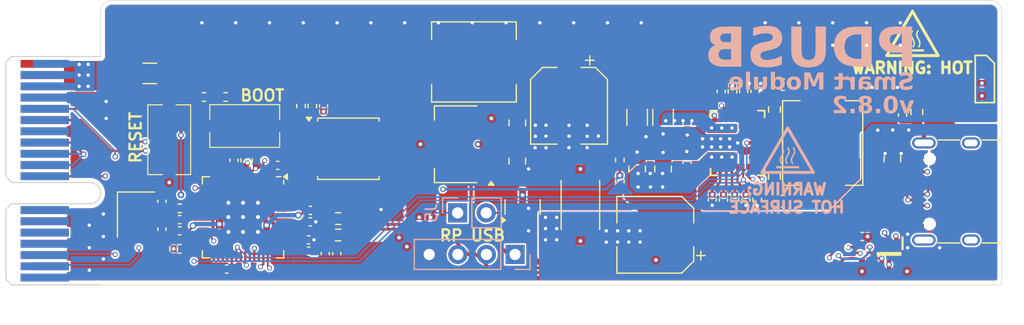
<source format=kicad_pcb>
(kicad_pcb (version 20240108) (generator "pcbnew") (generator_version "8.0")
  (title_block (date "2024-06-29") (rev "v0.8.2"))
  (layers (0 "F.Cu" signal) (1 "In1.Cu" power) (2 "In2.Cu" power) (31 "B.Cu" signal) (34 "B.Paste" user) (35 "F.Paste" user) (36 "B.SilkS" user "B.Silkscreen") (37 "F.SilkS" user "F.Silkscreen") (38 "B.Mask" user) (39 "F.Mask" user) (44 "Edge.Cuts" user))
  (net 0 "")
  (net 1 "VCC")
  (net 2 "GND")
  (net 3 "Net-(C3-Pad1)")
  (net 4 "VIN")
  (net 5 "IMON")
  (net 6 "VBUS")
  (net 7 "Net-(U4-ICOMP)")
  (net 8 "GNDUSB")
  (net 9 "D-")
  (net 10 "D+")
  (net 11 "CC1")
  (net 12 "CC2")
  (net 13 "Net-(C18-Pad1)")
  (net 14 "LED_DIN")
  (net 15 "+5V")
  (net 16 "Net-(C23-Pad2)")
  (net 17 "SCL")
  (net 18 "ENABLE")
  (net 19 "SDA")
  (net 20 "VDD")
  (net 21 "OVERLOAD")
  (net 22 "ALERT")
  (net 24 "/INDUCTOR")
  (net 25 "/OUTDUCTOR")
  (net 26 "/EMI_VIN")
  (net 27 "/XIN")
  (net 28 "+1V1")
  (net 29 "RP_D-")
  (net 30 "MPQ_D+")
  (net 31 "/SWCLK")
  (net 32 "/SWD")
  (net 33 "/QSPI_SS")
  (net 34 "/XOUT")
  (net 35 "/QSPI_SD1")
  (net 36 "/QSPI_SD2")
  (net 37 "/QSPI_SD3")
  (net 38 "/QSPI_SD0")
  (net 39 "/QSPI_SCLK")
  (net 40 "/GPIO18")
  (net 41 "/GPIO15")
  (net 42 "/GPIO7")
  (net 43 "/GPIO25")
  (net 44 "/GPIO3")
  (net 45 "/GPIO11")
  (net 46 "/GPIO2")
  (net 47 "/GPIO0")
  (net 48 "/RUN")
  (net 49 "/GPIO8")
  (net 50 "/GPIO16")
  (net 51 "/GPIO20")
  (net 52 "/GPIO19")
  (net 53 "/GPIO14")
  (net 54 "/GPIO17")
  (net 55 "Net-(U4-BST1)")
  (net 56 "/GPIO6")
  (net 57 "/GPIO13")
  (net 58 "/GPIO10")
  (net 59 "/GPIO21")
  (net 60 "/GPIO23")
  (net 61 "/GPIO9")
  (net 62 "Net-(U3-USB_DP)")
  (net 63 "Net-(U3-USB_DM)")
  (net 65 "/VIN_PREFUSE")
  (net 66 "Net-(U4-BST2)")
  (net 67 "VIN_DIVIDER")
  (net 68 "VOUT_DIVIDER")
  (net 69 "RP_D+")
  (net 70 "MPQ_D-")
  (net 71 "Net-(J4-SHIELD)")
  (net 80 "unconnected-(J2-~{WAKE}-PadB11)")
  (net 85 "Net-(J5-Pin_2)")
  (net 86 "Net-(R4-Pad1)")
  (net 87 "/GPIO27_ADC1")
  (net 88 "Net-(R1-Pad2)")
  (net 89 "+3.3V")
  (net 91 "Net-(U4-GPIO1)")
  (footprint "Capacitor_SMD:C_0402_1005Metric" (layer "F.Cu") (at 92.1 33.1 90)
    (property "Reference" "C7" (hide yes))
    (property "Value" "2.2uF")
  )
  (footprint "Connector_USB:USB_C_Receptacle_XKB_U262-16XN-4BVC11" (layer "F.Cu") (at 110.2 42 90)
    (property "Reference" "J4" (hide yes))
    (property "Value" "USB_C_Receptacle_USB2.0_14P")
  )
  (footprint "Resistor_SMD:R_0603_1608Metric" (layer "F.Cu") (at 106.47 34.93 90)
    (property "Reference" "R18" (hide yes))
    (property "Value" "100K")
  )
  (footprint "Capacitor_SMD:C_1206_3216Metric" (layer "F.Cu") (at 81.64 35.4 -90)
    (property "Reference" "C13" (hide yes))
    (property "Value" "4.7uF")
  )
  (footprint "Resistor_SMD:R_0402_1005Metric" (layer "F.Cu") (at 51.8 34.4 -90)
    (property "Reference" "R1" (hide yes))
    (property "Value" "1K")
  )
  (footprint "Capacitor_SMD:C_0402_1005Metric" (layer "F.Cu") (at 41.03 44.5 180)
    (property "Reference" "C25" (hide yes))
    (property "Value" "100nF")
  )
  (footprint "Local Library:XKB_TS-1101_SWITCH" (layer "F.Cu") (at 46.8 36.18)
    (property "Reference" "SW1" (hide yes))
    (property "Value" "RESET")
  )
  (footprint "Package_TO_SOT_SMD:SOT-23" (layer "F.Cu") (at 71.46791 43.388492 90)
    (property "Reference" "Q1" (hide yes))
    (property "Value" "2N7002")
  )
  (footprint "Inductor_SMD:L_Sunlord_MWSA0603S" (layer "F.Cu") (at 98.11 37.69 -90)
    (property "Reference" "L2" (hide yes))
    (property "Value" "4.7uH")
  )
  (footprint "Resistor_SMD:R_0402_1005Metric" (layer "F.Cu") (at 80.1 39.2 90)
    (property "Reference" "R17" (hide yes))
    (property "Value" "3.3K")
  )
  (footprint "Capacitor_SMD:C_0402_1005Metric" (layer "F.Cu") (at 86.07 36 -90)
    (property "Reference" "C14" (hide yes))
    (property "Value" "100nF")
  )
  (footprint "Resistor_SMD:R_0402_1005Metric" (layer "F.Cu") (at 41 47.1)
    (property "Reference" "R4" (hide yes))
    (property "Value" "1K")
  )
  (footprint "Capacitor_SMD:C_0402_1005Metric" (layer "F.Cu") (at 39.45 45.35 -90)
    (property "Reference" "C3" (hide yes))
    (property "Value" "39pF")
  )
  (footprint "Capacitor_SMD:C_0402_1005Metric" (layer "F.Cu") (at 91.3 42.75 -90)
    (property "Reference" "C33" (hide yes))
    (property "Value" "470pF")
  )
  (footprint "Local Library:HOT_SURFACE_SMALL" (layer "F.Cu") (at 106.25 30.15)
    (property "Reference" "REF**" (hide yes))
    (property "Value" "HOT_SURFACE_SMALL")
  )
  (footprint "Resistor_SMD:R_0402_1005Metric" (layer "F.Cu") (at 92.3 42.75 -90)
    (property "Reference" "R5" (hide yes))
    (property "Value" "10K")
  )
  (footprint "Capacitor_SMD:CP_Elec_6.3x7.7" (layer "F.Cu") (at 83.25 45.85 180)
    (property "Reference" "C29" (hide yes))
    (property "Value" "100uF")
  )
  (footprint "Capacitor_SMD:C_0402_1005Metric" (layer "F.Cu") (at 54.975 47.525 90)
    (property "Reference" "C30" (hide yes))
    (property "Value" "100nF")
  )
  (footprint "Capacitor_SMD:C_0402_1005Metric" (layer "F.Cu") (at 101.62 46)
    (property "Reference" "C36" (hide yes))
    (property "Value" "470pF")
  )
  (footprint "Package_TO_SOT_SMD:SOT-223-3_TabPin2" (layer "F.Cu") (at 65.55 37.8 180)
    (property "Reference" "U1" (hide yes))
    (property "Value" "AMS1117-3.3")
  )
  (footprint "Resistor_SMD:R_0603_1608Metric" (layer "F.Cu") (at 93.83 34.71 90)
    (property "Reference" "R7" (hide yes))
    (property "Value" "10R")
  )
  (footprint "Capacitor_SMD:C_0402_1005Metric" (layer "F.Cu") (at 52.47 47.3)
    (property "Reference" "C16" (hide yes))
    (property "Value" "2.2uF")
  )
  (footprint "Capacitor_SMD:C_0402_1005Metric" (layer "F.Cu") (at 52.64 43.68)
    (property "Reference" "C6" (hide yes))
    (property "Value" "100nF")
  )
  (footprint "Capacitor_SMD:C_0402_1005Metric" (layer "F.Cu") (at 52.63 44.7)
    (property "Reference" "C15" (hide yes))
    (property "Value" "100nF")
  )
  (footprint "Capacitor_SMD:C_0402_1005Metric" (layer "F.Cu") (at 41.025 45.5 180)
    (property "Reference" "C9" (hide yes))
    (property "Value" "100nF")
  )
  (footprint "Capacitor_SMD:C_0805_2012Metric" (layer "F.Cu") (at 71 35.9 -90)
    (property "Reference" "C1" (hide yes))
    (property "Value" "10uF")
  )
  (footprint "Resistor_SMD:R_0402_1005Metric" (layer "F.Cu") (at 47.85 39.23 -90)
    (property "Reference" "R11" (hide yes))
    (property "Value" "10K")
  )
  (footprint "Resistor_SMD:R_0402_1005Metric" (layer "F.Cu") (at 80.1 41.09 90)
    (property "Reference" "R16" (hide yes))
    (property "Value" "22K")
  )
  (footprint "Local Library:TS3USB3000RSER" (layer "F.Cu") (at 101.6 47.7)
    (property "Reference" "U5" (hide yes))
    (property "Value" "TS3USB3000RSER" (hide yes))
  )
  (footprint "Resistor_SMD:R_0402_1005Metric" (layer "F.Cu") (at 43.2 33.6)
    (property "Reference" "R14" (hide yes))
    (property "Value" "22K")
  )
  (footprint "Capacitor_SMD:C_0402_1005Metric" (layer "F.Cu") (at 49.725 39.675)
    (property "Reference" "C17" (hide yes))
    (property "Value" "100nF")
  )
  (footprint "Capacitor_SMD:C_0402_1005Metric" (layer "F.Cu") (at 86.07 39.4 90)
    (property "Reference" "C26" (hide yes))
    (property "Value" "100nF")
  )
  (footprint "Capacitor_SMD:C_0402_1005Metric" (layer "F.Cu") (at 105.2 35.2 90)
    (property "Reference" "C35" (hide yes))
    (property "Value" "100nF")
  )
  (footprint "Connector_PCBEdge:BUS_PCIexpress_x1" (layer "F.Cu") (at 29.05 30.65 -90)
    (property "Reference" "J2" (hide yes))
    (property "Value" "Bus_PCI_Express_x1")
    (fp_line (start -0.15 3.45) (end 10.05 3.45) (stroke (width 0.1)) (layer "Edge.Cuts"))
    (fp_line (start 12.95 3.45) (end 19.15 3.45) (stroke (width 0.1)) (layer "Edge.Cuts"))
    (fp_line (start -0.65 2.95) (end -0.15 3.45) (stroke (width 0.1)) (layer "Edge.Cuts"))
    (fp_line (start 10.55 2.95) (end 10.05 3.45) (stroke (width 0.1)) (layer "Edge.Cuts"))
    (fp_line (start 12.45 2.95) (end 12.95 3.45) (stroke (width 0.1)) (layer "Edge.Cuts"))
    (fp_line (start 19.65 2.95) (end 19.15 3.45) (stroke (width 0.1)) (layer "Edge.Cuts"))
    (fp_line (start 10.55 -4) (end 10.55 2.95) (stroke (width 0.1)) (layer "Edge.Cuts"))
    (fp_line (start 12.45 -4) (end 12.45 2.95) (stroke (width 0.1)) (layer "Edge.Cuts"))
    (fp_line (start -0.65 -4.95) (end -0.65 2.95) (stroke (width 0.1)) (layer "Edge.Cuts"))
    (fp_line (start 19.65 -4.95) (end 19.65 2.95) (stroke (width 0.1)) (layer "Edge.Cuts"))
    (fp_arc (start 10.55 -4) (mid 11.5 -4.95) (end 12.45 -4) (stroke (width 0.1)) (layer "Edge.Cuts"))
  )
  (footprint "Capacitor_SMD:C_0805_2012Metric" (layer "F.Cu") (at 104.3 39.1 -90)
    (property "Reference" "C28" (hide yes))
    (property "Value" "10uF")
  )
  (footprint "Capacitor_SMD:C_0402_1005Metric" (layer "F.Cu") (at 90.3 42.75 -90)
    (property "Reference" "C31" (hide yes))
    (property "Value" "470pF")
  )
  (footprint "Resistor_SMD:R_0402_1005Metric" (layer "F.Cu") (at 46.85 39.23 -90)
    (property "Reference" "R13" (hide yes))
    (property "Value" "10K")
  )
  (footprint "Capacitor_SMD:C_0805_2012Metric" (layer "F.Cu") (at 81.64 40 90)
    (property "Reference" "C21" (hide yes))
    (property "Value" "10uF")
  )
  (footprint "Local Library:MPQ4242_QNF-22_4mmx5mm" (layer "F.Cu") (at 90.55 37.685)
    (property "Reference" "U4" (hide yes))
    (property "Value" "MPQ4242")
  )
  (footprint "Fuse:Fuse_1206_3216Metric" (layer "F.Cu") (at 38.37 31.5 180)
    (property "Reference" "F1" (hide yes))
    (property "Value" "5A")
  )
  (footprint "Capacitor_SMD:C_0402_1005Metric" (layer "F.Cu") (at 89.3 42.75 -90)
    (property "Reference" "C32" (hide yes))
    (property "Value" "470pF")
  )
  (footprint "Capacitor_SMD:C_0805_2012Metric" (layer "F.Cu") (at 83.94 40 90)
    (property "Reference" "C24" (hide yes))
    (property "Value" "10uF")
  )
  (footprint "Capacitor_SMD:C_0402_1005Metric" (layer "F.Cu") (at 88.3 42.75 -90)
    (property "Reference" "C34" (hide yes))
    (property "Value" "470pF")
  )
  (footprint "Capacitor_SMD:C_0402_1005Metric" (layer "F.Cu") (at 91.1 33.1 90)
    (property "Reference" "C8" (hide yes))
    (property "Value" "470pF")
  )
  (footprint "Capacitor_SMD:CP_Elec_6.3x7.7" (layer "F.Cu") (at 75.59 34.38 -90)
    (property "Reference" "C11" (hide yes))
    (property "Value" "100uF")
  )
  (footprint "Package_DFN_QFN:QFN-56-1EP_7x7mm_P0.4mm_EP3.2x3.2mm" (layer "F.Cu") (at 46.65 44.3 -90)
    (property "Reference" "U3" (hide yes))
    (property "Value" "RP2040")
  )
  (footprint "Crystal:Crystal_SMD_3225-4Pin_3.2x2.5mm" (layer "F.Cu") (at 37.15 44.05 -90)
    (property "Reference" "Y1" (hide yes))
    (property "Value" "X322512MSB4SI")
  )
  (footprint "Capacitor_SMD:C_0805_2012Metric" (layer "F.Cu") (at 71 39.3 -90)
    (property "Reference" "C4" (hide yes))
    (property "Value" "10uF")
  )
  (footprint "Resistor_SMD:R_0402_1005Metric" (layer "F.Cu") (at 52.8 34.4 -90)
    (property "Reference" "R2" (hide yes))
    (property "Value" "10K")
  )
  (footprint "Resistor_SMD:R_0402_1005Metric" (layer "F.Cu") (at 90.1 33.1 -90)
    (property "Reference" "R8" (hide yes))
    (property "Value" "4.7K")
  )
  (footprint "Resistor_SMD:R_0603_1608Metric" (layer "F.Cu") (at 93.83 40.66 90)
    (property "Reference" "R12" (hide yes))
    (property "Value" "0R")
  )
  (footprint "Local Library:LED_Neopixel_Side_Light_SK6812" (layer "F.Cu") (at 112.25 33.5 90)
    (property "Reference" "D2" (hide yes))
    (property "Value" "STATUS_LED")
  )
  (footprint "Capacitor_SMD:C_0603_1608Metric" (layer "F.Cu") (at 94.58 42.87 180)
    (property "Reference" "C23" (hide yes))
    (property "Value" "220nF")
  )
  (footprint "Capacitor_SMD:C_1206_3216Metric" (layer "F.Cu") (at 83.94 35.4 -90)
    (property "Reference" "C12" (hide yes))
    (property "Value" "4.7uF")
  )
  (footprint "Capacitor_SMD:C_0402_1005Metric" (layer "F.Cu") (at 45.2 48.9 180)
    (property "Reference" "C20" (hide yes))
    (property "Value" "100nF")
  )
  (footprint "Resistor_SMD:R_0603_1608Metric" (layer "F.Cu") (at 55.09 45.87 180)
    (property "Reference" "R10" (hide yes))
    (property "Value" "27R")
  )
  (footprint "Capacitor_SMD:C_0402_1005Metric" (layer "F.Cu") (at 52.47 46.3)
    (property "Reference" "C10" (hide yes))
    (property "Value" "2.2uF")
  )
  (footprint "Resistor_SMD:R_2512_6332Metric" (layer "F.Cu") (at 76.6 43.2 -90)
    (property "Reference" "R6" (hide yes))
    (property "Value" "R010")
  )
  (footprint "Capacitor_SMD:C_0402_1005Metric" (layer "F.Cu") (at 53.95 47.525 90)
    (property "Reference" "C27" (hide yes))
    (property "Value" "100nF")
  )
  (footprint "Package_SO:SOIC-8_5.23x5.23mm_P1.27mm" (layer "F.Cu") (at 56 38.2)
    (property "Reference" "U2" (hide yes))
    (property "Value" "W25Q32JVSSIQ")
  )
  (footprint "Resistor_SMD:R_0603_1608Metric" (layer "F.Cu") (at 55.09 44.41 180)
    (property "Reference" "R9" (hide yes))
    (property "Value" "27R")
  )
  (footprint "Resistor_SMD:R_0402_1005Metric" (layer "F.Cu") (at 45.1 33.6)
    (property "Reference" "R15" (hide yes))
    (property "Value" "2K")
  )
  (footprint "Local Library:XKB_TS-1101_SWITCH" (layer "F.Cu") (at 40.1 37.4 -90)
    (property "Reference" "SW2" (hide yes))
    (property "Value" "RESET")
  )
  (footprint "Capacitor_SMD:C_0402_1005Metric" (layer "F.Cu") (at 53.8 34.4 90)
    (property "Reference" "C5" (hide yes))
    (property "Value" "100nF")
  )
  (footprint "Capacitor_SMD:C_0603_1608Metric" (layer "F.Cu") (at 94.58 32.5)
    (property "Reference" "C18" (hide yes))
    (property "Value" "220nF")
  )
  (footprint "Capacitor_SMD:C_0402_1005Metric" (layer "F.Cu") (at 89.1 33.1 -90)
    (property "Reference" "C19" (hide yes))
    (property "Value" "4.7nF")
  )
  (footprint "Local Library:SOT65P210X110-6N" (layer "F.Cu") (at 104 47.55 -90)
    (property "Reference" "D1" (hide yes))
    (property "Value" "SZESD1L001W1T2G" (hide yes))
  )
  (footprint "Inductor_SMD:L_Sunlord_MWSA0603S" (layer "F.Cu") (at 67.15 30.48)
    (property "Reference" "L1" (hide yes))
    (property "Value" "4.7uH")
  )
  (footprint "Resistor_SMD:R_0402_1005Metric" (layer "F.Cu") (at 41.03 43.5 180)
    (property "Reference" "R3" (hide yes))
    (property "Value" "1K")
  )
  (footprint "Capacitor_SMD:C_0402_1005Metric" (layer "F.Cu") (at 45.85 39.23 90)
    (property "Reference" "C22" (hide yes))
    (property "Value" "100nF")
  )
  (footprint "Capacitor_SMD:C_0402_1005Metric" (layer "F.Cu") (at 39.45 42.875 90)
    (property "Reference" "C2" (hide yes))
    (property "Value" "39pF")
  )
  (footprint "Local Library:HOT_SURFACE_SMALL" (layer "B.Cu") (at 94.832759 40.534249 180)
    (property "Reference" "REF**" (hide yes))
    (property "Value" "HOT_SURFACE_SMALL")
  )
  (footprint "Connector_PinHeader_2.54mm:PinHeader_1x02_P2.54mm_Vertical" (layer "B.Cu") (at 65.7 43.9 -90)
    (property "Reference" "J5")
    (property "Value" "USB_SW")
  )
  (footprint "Connector_PinHeader_2.54mm:PinHeader_1x04_P2.54mm_Vertical" (layer "B.Cu") (at 70.8 47.6 90)
    (property "Reference" "J3" (hide yes))
    (property "Value" "RP_USB")
  )
  (gr_arc (start 34 26) (mid 34.292893 25.292893) (end 35 25) (stroke (width 0.05)) (layer "Edge.Cuts"))
  (gr_arc (start 113 25) (mid 113.707107 25.292893) (end 114 26) (stroke (width 0.05)) (layer "Edge.Cuts"))
  (gr_line (start 35 25) (end 113 25) (stroke (width 0.05)) (layer "Edge.Cuts"))
  (gr_line (start 114 26) (end 114 50.3) (stroke (width 0.05)) (layer "Edge.Cuts"))
  (gr_line (start 114 50.3) (end 34 50.3) (stroke (width 0.05)) (layer "Edge.Cuts"))
  (gr_line (start 34 26) (end 34 30) (stroke (width 0.05)) (layer "Edge.Cuts"))
  (gr_text "WARNING:\nHOT SURFACE" (at 94.9 44 0) (layer "B.SilkS") (effects (font (size 1 1) (thickness 0.25) (bold yes)) (justify bottom mirror)))
  (gr_text "${REVISION}" (at 106.25 35.3 0) (layer "B.SilkS") (effects (font (size 1.5 1.5) (thickness 0.3) (bold yes)) (justify left bottom mirror)))
  (gr_text "Smart Module" (at 106.25 33.2 0) (layer "B.SilkS") (effects (font (size 1.5 1.5) (thickness 0.3) (bold yes)) (justify left bottom mirror)))
  (gr_text "PDUSB" (at 106.5 31.5 0) (layer "B.SilkS") (effects (font (size 3.5 3.5) (thickness 0.2) (bold yes)) (justify left bottom mirror)))
  (gr_text "BOOT" (at 46.3 34.05 0) (layer "F.SilkS") (effects (font (size 1 1) (thickness 0.2) (bold yes)) (justify left bottom)))
  (gr_text "RP USB" (at 64 46.5 -0) (layer "F.SilkS") (effects (font (size 1 1) (thickness 0.2) (bold yes)) (justify left bottom)))
  (gr_text "WARNING: HOT" (at 106.05 31.6 0) (layer "F.SilkS") (effects (font (size 1 1) (thickness 0.25) (bold yes)) (justify bottom)))
  (gr_text "RESET" (at 37.7 39.6 90) (layer "F.SilkS") (effects (font (size 1 1) (thickness 0.2) (bold yes)) (justify left bottom)))
  (segment (start 91.05 35.36) (end 91.05 34.63) (width 0.25) (layer "F.Cu") (net 1))
  (segment (start 91.05 34.63) (end 92.1 33.58) (width 0.25) (layer "F.Cu") (net 1))
  (segment (start 83.94 36.875) (end 83.94 36.88) (width 0.2) (layer "F.Cu") (net 2))
  (segment (start 81.64 38.525) (end 81.64 38.5) (width 0.2) (layer "F.Cu") (net 2))
  (segment (start 86.07 36.96) (end 86.09 36.98) (width 0.2) (layer "F.Cu") (net 2))
  (segment (start 89.13 34.38) (end 89.13 34.39) (width 0.25) (layer "F.Cu") (net 2))
  (segment (start 86.07 38.45) (end 86.05 38.45) (width 0.2) (layer "F.Cu") (net 2))
  (segment (start 86.07 36.95) (end 86.07 36.96) (width 0.2) (layer "F.Cu") (net 2))
  (segment (start 89.55 34.81) (end 89.55 35.36) (width 0.25) (layer "F.Cu") (net 2))
  (segment (start 89.13 34.39) (end 89.55 34.81) (width 0.25) (layer "F.Cu") (net 2))
  (via (at 105.6 49.1) (size 0.5) (drill 0.3) (layers "F.Cu" "B.Cu") (net 2))
  (via (at 45.35 45.6) (size 0.6) (drill 0.35) (layers "F.Cu" "B.Cu") (net 2))
  (via (at 92.6 32.4) (size 0.45) (drill 0.3) (layers "F.Cu" "B.Cu") (net 2))
  (via (at 72.6 36.11) (size 0.5) (drill 0.3) (layers "F.Cu" "B.Cu") (net 2))
  (via (at 52.95 46.3) (size 0.5) (drill 0.3) (layers "F.Cu" "B.Cu") (net 2))
  (via (at 99 29) (size 0.5) (drill 0.3) (layers "F.Cu" "B.Cu") (net 2))
  (via (at 105 27) (size 0.5) (drill 0.3) (layers "F.Cu" "B.Cu") (net 2))
  (via (at 99 27) (size 0.5) (drill 0.3) (layers "F.Cu" "B.Cu") (net 2))
  (via (at 52 27) (size 0.5) (drill 0.3) (layers "F.Cu" "B.Cu") (net 2))
  (via (at 70 27) (size 0.5) (drill 0.3) (layers "F.Cu" "B.Cu") (net 2))
  (via (at 91.6 32.4) (size 0.45) (drill 0.3) (layers "F.Cu" "B.Cu") (net 2))
  (via (at 86.09 36.98) (size 0.5) (drill 0.3) (layers "F.Cu" "B.Cu") (net 2))
  (via (at 67 27) (size 0.5) (drill 0.3) (layers "F.Cu" "B.Cu") (net 2))
  (via (at 72 45.5) (size 0.5) (drill 0.3) (layers "F.Cu" "B.Cu") (net 2))
  (via (at 73 27) (size 0.5) (drill 0.3) (layers "F.Cu" "B.Cu") (net 2))
  (via (at 104.75 32.75) (size 0.45) (drill 0.3) (layers "F.Cu" "B.Cu") (net 2))
  (via (at 72 43.5) (size 0.5) (drill 0.3) (layers "F.Cu" "B.Cu") (net 2))
  (via (at 73.55 36.11) (size 0.5) (drill 0.3) (layers "F.Cu" "B.Cu") (net 2))
  (via (at 92.6 33) (size 0.45) (drill 0.3) (layers "F.Cu" "B.Cu") (net 2))
  (via (at 87.45 37.315) (size 0.45) (drill 0.3) (layers "F.Cu" "B.Cu") (net 2))
  (via (at 76 27) (size 0.5) (drill 0.3) (layers "F.Cu" "B.Cu") (net 2))
  (via (at 46.65 43) (size 0.6) (drill 0.35) (layers "F.Cu" "B.Cu") (net 2))
  (via (at 89.85 37.315) (size 0.45) (drill 0.3) (layers "F.Cu" "B.Cu") (net 2))
  (via (at 86.05 38.45) (size 0.5) (drill 0.3) (layers "F.Cu" "B.Cu") (net 2))
  (via (at 102 27) (size 0.5) (drill 0.3) (layers "F.Cu" "B.Cu") (net 2))
  (via (at 77.2 37.09) (size 0.5) (drill 0.3) (layers "F.Cu" "B.Cu") (net 2))
  (via (at 96 27) (size 0.5) (drill 0.3) (layers "F.Cu" "B.Cu") (net 2))
  (via (at 34.25 48) (size 0.5) (drill 0.3) (layers "F.Cu" "B.Cu") (net 2))
  (via (at 102.1 46) (size 0.5) (drill 0.3) (layers "F.Cu" "B.Cu") (net 2))
  (via (at 61 27) (size 0.5) (drill 0.3) (layers "F.Cu" "B.Cu") (net 2))
  (via (at 102.5 32.75) (size 0.45) (drill 0.3) (layers "F.Cu" "B.Cu") (net 2))
  (via (at 34.25 44) (size 0.5) (drill 0.3) (layers "F.Cu" "B.Cu") (net 2))
  (via (at 46 27) (size 0.5) (drill 0.3) (layers "F.Cu" "B.Cu") (net 2))
  (via (at 72.6 37.09) (size 0.5) (drill 0.3) (layers "F.Cu" "B.Cu") (net 2))
  (via (at 90.57 37.685) (size 0.45) (drill 0.3) (layers "F.Cu" "B.Cu") (net 2))
  (via (at 78.2 37.07) (size 0.5) (drill 0.3) (layers "F.Cu" "B.Cu") (net 2))
  (via (at 81.64 38.5) (size 0.5) (drill 0.3) (layers "F.Cu" "B.Cu") (net 2))
  (via (at 101.6 49.1) (size 0.5) (drill 0.3) (layers "F.Cu" "B.Cu") (net 2))
  (via (at 105 29) (size 0.5) (drill 0.3) (layers "F.Cu" "B.Cu") (net 2))
  (via (at 82 27) (size 0.5) (drill 0.3) (layers "F.Cu" "B.Cu") (net 2))
  (via (at 89.13 34.38) (size 0.45) (drill 0.3) (layers "F.Cu" "B.Cu") (net 2))
  (via (at 72.58 38.11) (size 0.5) (drill 0.3) (layers "F.Cu" "B.Cu") (net 2))
  (via (at 82.42 37.13) (size 0.5) (drill 0.3) (layers "F.Cu" "B.Cu") (net 2))
  (via (at 89.05 38.04) (size 0.45) (drill 0.3) (layers "F.Cu" "B.Cu") (net 2))
  (via (at 58 27) (size 0.5) (drill 0.3) (layers "F.Cu" "B.Cu") (net 2))
  (via (at 47.975 43) (size 0.6) (drill 0.35) (layers "F.Cu" "B.Cu") (net 2))
  (via (at 75.59 36.12) (size 0.5) (drill 0.3) (layers "F.Cu" "B.Cu") (net 2))
  (via (at 43 27) (size 0.5) (drill 0.3) (layers "F.Cu" "B.Cu") (net 2))
  (via (at 33 45) (size 0.5) (drill 0.3) (layers "F.Cu" "B.Cu") (net 2))
  (via (at 89.05 37.315) (size 0.45) (drill 0.3) (layers "F.Cu" "B.Cu") (net 2))
  (via (at 64 27) (size 0.5) (drill 0.3) (layers "F.Cu" "B.Cu") (net 2))
  (via (at 55 27) (size 0.5) (drill 0.3) (layers "F.Cu" "B.Cu") (net 2))
  (via (at 77.2 38.1) (size 0.5) (drill 0.3) (layers "F.Cu" "B.Cu") (net 2))
  (via (at 77.2 36.11) (size 0.5) (drill 0.3) (layers "F.Cu" "B.Cu") (net 2))
  (via (at 93 27) (size 0.5) (drill 0.3) (layers "F.Cu" "B.Cu") (net 2))
  (via (at 73.55 38.11) (size 0.5) (drill 0.3) (layers "F.Cu" "B.Cu") (net 2))
  (via (at 58.9 43.6) (size 0.5) (drill 0.3) (layers "F.Cu" "B.Cu") (net 2))
  (via (at 33 49) (size 0.5) (drill 0.3) (layers "F.Cu" "B.Cu") (net 2))
  (via (at 87.45 38.04) (size 0.45) (drill 0.3) (layers "F.Cu" "B.Cu") (net 2))
  (via (at 88.3 43.23) (size 0.45) (drill 0.3) (layers "F.Cu" "B.Cu") (net 2))
  (via (at 75.59 37.08) (size 0.5) (drill 0.3) (layers "F.Cu" "B.Cu") (net 2))
  (via (at 34.5 35.5) (size 0.5) (drill 0.3) (layers "F.Cu" "B.Cu") (net 2))
  (via (at 88.25 37.315) (size 0.45) (drill 0.3) (layers "F.Cu" "B.Cu") (net 2))
  (via (at 73.54 37.08) (size 0.5) (drill 0.3) (layers "F.Cu" "B.Cu") (net 2))
  (via (at 34.5 34) (size 0.5) (drill 0.3) (layers "F.Cu" "B.Cu") (net 2))
  (via (at 47.975 44.275) (size 0.6) (drill 0.35) (layers "F.Cu" "B.Cu") (net 2))
  (via (at 46.65 45.6) (size 0.6) (drill 0.35) (layers "F.Cu" "B.Cu") (net 2))
  (via (at 47.975 45.6) (size 0.6) (drill 0.35) (layers "F.Cu" "B.Cu") (net 2))
  (via (at 88.25 38.04) (size 0.45) (drill 0.3) (layers "F.Cu" "B.Cu") (net 2))
  (via (at 92.3 43.26) (size 0.5) (drill 0.3) (layers "F.Cu" "B.Cu") (net 2))
  (via (at 53.11 44.7) (size 0.5) (drill 0.3) (layers "F.Cu" "B.Cu") (net 2))
  (via (at 83.94 38.525) (size 0.5) (drill 0.3) (layers "F.Cu" "B.Cu") (net 2))
  (via (at 45.35 43) (size 0.6) (drill 0.35) (layers "F.Cu" "B.Cu") (net 2))
  (via (at 102 29) (size 0.5) (drill 0.3) (layers "F.Cu" "B.Cu") (net 2))
  (via (at 33 47) (size 0.5) (drill 0.3) (layers "F.Cu" "B.Cu") (net 2))
  (via (at 79 27) (size 0.5) (drill 0.3) (layers "F.Cu" "B.Cu") (net 2))
  (via (at 45.35 44.275) (size 0.6) (drill 0.35) (layers "F.Cu" "B.Cu") (net 2))
  (via (at 91.3 43.23) (size 0.45) (drill 0.3) (layers "F.Cu" "B.Cu") (net 2))
  (via (at 83.3 48.1) (size 0.5) (drill 0.3) (layers "F.Cu" "B.Cu") (net 2))
  (via (at 46.65 44.275) (size 0.6) (drill 0.35) (layers "F.Cu" "B.Cu") (net 2))
  (via (at 49 27) (size 0.5) (drill 0.3) (layers "F.Cu" "B.Cu") (net 2))
  (via (at 75.58 38.1) (size 0.5) (drill 0.3) (layers "F.Cu" "B.Cu") (net 2))
  (via (at 76.6 40) (size 0.5) (drill 0.3) (layers "F.Cu" "B.Cu") (net 2))
  (via (at 89.85 38.04) (size 0.45) (drill 0.3) (layers "F.Cu" "B.Cu") (net 2))
  (via (at 72 40) (size 0.5) (drill 0.3) (layers "F.Cu" "B.Cu") (net 2))
  (via (at 83.94 36.88) (size 0.5) (drill 0.3) (layers "F.Cu" "B.Cu") (net 2))
  (via (at 34.25 46) (size 0.5) (drill 0.3) (layers "F.Cu" "B.Cu") (net 2))
  (segment (start 39.45 44.87) (end 39.45 44.51) (width 0.15) (layer "F.Cu") (net 3))
  (segment (start 40.46 43.5) (end 40.52 43.5) (width 0.15) (layer "F.Cu") (net 3))
  (segment (start 39.45 44.87) (end 38.28 44.87) (width 0.15) (layer "F.Cu") (net 3))
  (segment (start 38.28 44.87) (end 38 45.15) (width 0.15) (layer "F.Cu") (net 3))
  (segment (start 39.45 44.51) (end 40.46 43.5) (width 0.15) (layer "F.Cu") (net 3))
  (segment (start 42.69 33.6) (end 42.69 32.91) (width 0.4) (layer "F.Cu") (net 4))
  (segment (start 47.65 47.065746) (end 47.648669 47.064415) (width 0.2) (layer "F.Cu") (net 5))
  (segment (start 47.65 47.7375) (end 47.65 47.065746) (width 0.2) (layer "F.Cu") (net 5))
  (segment (start 90.1 32.6) (end 90.1 32.59) (width 0.25) (layer "F.Cu") (net 5))
  (segment (start 89.1 33.58) (end 89.11 33.58) (width 0.25) (layer "F.Cu") (net 5))
  (segment (start 90.09 32.6) (end 90.1 32.6) (width 0.25) (layer "F.Cu") (net 5))
  (segment (start 89.11 33.58) (end 90.09 32.6) (width 0.25) (layer "F.Cu") (net 5))
  (segment (start 90.1 32.59) (end 90.1 32.59) (width 0.25) (layer "F.Cu") (net 5))
  (via (at 90.1 32.6) (size 0.5) (drill 0.3) (layers "F.Cu" "B.Cu") (net 5))
  (via (at 47.648669 47.064415) (size 0.5) (drill 0.3) (layers "F.Cu" "B.Cu") (net 5))
  (segment (start 81.25 40.95) (end 81.64 40.95) (width 0.25) (layer "F.Cu") (net 6))
  (segment (start 80.1 41.6) (end 80.6 41.6) (width 0.25) (layer "F.Cu") (net 6))
  (segment (start 80.6 41.6) (end 81.25 40.95) (width 0.25) (layer "F.Cu") (net 6))
  (via (at 83.9 41.6) (size 0.5) (drill 0.3) (layers "F.Cu" "B.Cu") (net 6))
  (via (at 83.89 40.4) (size 0.5) (drill 0.3) (layers "F.Cu" "B.Cu") (net 6))
  (via (at 81.72 40.4) (size 0.5) (drill 0.3) (layers "F.Cu" "B.Cu") (net 6))
  (via (at 88.25 38.94) (size 0.45) (drill 0.3) (layers "F.Cu" "B.Cu") (net 6))
  (via (at 82.82 41.6) (size 0.5) (drill 0.3) (layers "F.Cu" "B.Cu") (net 6))
  (via (at 82.8 40.4) (size 0.5) (drill 0.3) (layers "F.Cu" "B.Cu") (net 6))
  (via (at 90.07 38.94) (size 0.45) (drill 0.3) (layers "F.Cu" "B.Cu") (net 6))
  (via (at 89.15 38.94) (size 0.45) (drill 0.3) (layers "F.Cu" "B.Cu") (net 6))
  (via (at 81.72 41.6) (size 0.5) (drill 0.3) (layers "F.Cu" "B.Cu") (net 6))
  (segment (start 90.55 34.13) (end 90.55 35.36) (width 0.25) (layer "F.Cu") (net 7))
  (segment (start 91.1 33.58) (end 90.55 34.13) (width 0.25) (layer "F.Cu") (net 7))
  (segment (start 88.5 35.25) (end 88.5 35.485) (width 0.3) (layer "F.Cu") (net 8))
  (segment (start 107.045 45.565) (end 107.935 45.565) (width 0.2) (layer "F.Cu") (net 8))
  (segment (start 88.5 35.485) (end 88.7 35.685) (width 0.3) (layer "F.Cu") (net 8))
  (segment (start 106.53 45.05) (end 107.045 45.565) (width 0.2) (layer "F.Cu") (net 8))
  (via (at 88.5 35.25) (size 0.5) (drill 0.3) (layers "F.Cu" "B.Cu") (net 8))
  (via (at 108.5 47) (size 0.6) (drill 0.3) (layers "F.Cu" "B.Cu") (net 8))
  (via (at 73.5 44.3) (size 0.5) (drill 0.3) (layers "F.Cu" "B.Cu") (net 8))
  (via (at 78.9 46.5) (size 0.5) (drill 0.3) (layers "F.Cu" "B.Cu") (net 8))
  (via (at 80.9 45.5) (size 0.5) (drill 0.3) (layers "F.Cu" "B.Cu") (net 8))
  (via (at 81.9 46.5) (size 0.5) (drill 0.3) (layers "F.Cu" "B.Cu") (net 8))
  (via (at 79.9 46.5) (size 0.5) (drill 0.3) (layers "F.Cu" "B.Cu") (net 8))
  (via (at 74.5 46.3) (size 0.5) (drill 0.3) (layers "F.Cu" "B.Cu") (net 8))
  (via (at 73.5 46.3) (size 0.5) (drill 0.3) (layers "F.Cu" "B.Cu") (net 8))
  (via (at 104.33 36.53) (size 0.5) (drill 0.3) (layers "F.Cu" "B.Cu") (net 8))
  (via (at 78.9 45.5) (size 0.5) (drill 0.3) (layers "F.Cu" "B.Cu") (net 8))
  (via (at 74.5 44.3) (size 0.5) (drill 0.3) (layers "F.Cu" "B.Cu") (net 8))
  (via (at 74.5 45.3) (size 0.5) (drill 0.3) (layers "F.Cu" "B.Cu") (net 8))
  (via (at 81.9 45.5) (size 0.5) (drill 0.3) (layers "F.Cu" "B.Cu") (net 8))
  (via (at 76.6 46.4) (size 0.5) (drill 0.3) (layers "F.Cu" "B.Cu") (net 8))
  (via (at 105.65 45.8) (size 0.6) (drill 0.3) (layers "F.Cu" "B.Cu") (net 8))
  (via (at 105.08 38.62) (size 0.5) (drill 0.3) (layers "F.Cu" "B.Cu") (net 8))
  (via (at 73.5 45.3) (size 0.5) (drill 0.3) (layers "F.Cu" "B.Cu") (net 8))
  (via (at 80.9 46.5) (size 0.5) (drill 0.3) (layers "F.Cu" "B.Cu") (net 8))
  (via (at 103.65 38.62) (size 0.5) (drill 0.3) (layers "F.Cu" "B.Cu") (net 8))
  (via (at 105.75 36.53) (size 0.5) (drill 0.3) (layers "F.Cu" "B.Cu") (net 8))
  (via (at 103 36.55) (size 0.5) (drill 0.3) (layers "F.Cu" "B.Cu") (net 8))
  (via (at 79.9 45.5) (size 0.5) (drill 0.3) (layers "F.Cu" "B.Cu") (net 8))
  (via (at 105.65 47) (size 0.6) (drill 0.3) (layers "F.Cu" "B.Cu") (net 8))
  (segment (start 105.615 41.905) (end 105.76 41.76) (width 0.2) (layer "F.Cu") (net 9))
  (segment (start 103.35 47.95) (end 103.35 48.5) (width 0.2) (layer "F.Cu") (net 9))
  (segment (start 105.76 41.76) (end 106.52 41.76) (width 0.2) (layer "F.Cu") (net 9))
  (segment (start 105.615 42.685) (end 105.615 41.905) (width 0.2) (layer "F.Cu") (net 9))
  (segment (start 105.68 42.75) (end 105.615 42.685) (width 0.2) (layer "F.Cu") (net 9))
  (segment (start 103.35 47.95) (end 102.275 47.95) (width 0.2) (layer "F.Cu") (net 9))
  (segment (start 106.52 42.76) (end 106.51 42.75) (width 0.2) (layer "F.Cu") (net 9))
  (segment (start 106.51 42.75) (end 105.68 42.75) (width 0.2) (layer "F.Cu") (net 9))
  (via (at 105.68 42.75) (size 0.5) (drill 0.3) (layers "F.Cu" "B.Cu") (net 9))
  (via (at 103.35 47.95) (size 0.5) (drill 0.3) (layers "F.Cu" "B.Cu") (net 9))
  (segment (start 104.23 47.45) (end 102.275 47.45) (width 0.2) (layer "F.Cu") (net 10))
  (segment (start 104.65 46.01) (end 104.6 45.96) (width 0.2) (layer "F.Cu") (net 10))
  (segment (start 104.65 47.03) (end 104.23 47.45) (width 0.2) (layer "F.Cu") (net 10))
  (segment (start 107.27 41.26) (end 106.52 41.26) (width 0.2) (layer "F.Cu") (net 10))
  (segment (start 104.65 46.6) (end 104.65 47.03) (width 0.2) (layer "F.Cu") (net 10))
  (segment (start 104.65 46.6) (end 104.65 46.01) (width 0.2) (layer "F.Cu") (net 10))
  (segment (start 107.465 41.455) (end 107.27 41.26) (width 0.2) (layer "F.Cu") (net 10))
  (segment (start 107.4 42.25) (end 107.465 42.185) (width 0.2) (layer "F.Cu") (net 10))
  (segment (start 106.53 42.25) (end 106.52 42.26) (width 0.2) (layer "F.Cu") (net 10))
  (segment (start 107.465 42.185) (end 107.465 41.455) (width 0.2) (layer "F.Cu") (net 10))
  (segment (start 106.53 42.25) (end 107.4 42.25) (width 0.2) (layer "F.Cu") (net 10))
  (via (at 107.4 42.25) (size 0.5) (drill 0.3) (layers "F.Cu" "B.Cu") (net 10))
  (via (at 104.6 45.96) (size 0.5) (drill 0.3) (layers "F.Cu" "B.Cu") (net 10))
  (segment (start 91.3 41.917463) (end 90.55 41.167463) (width 0.2) (layer "F.Cu") (net 11))
  (segment (start 90.55 41.167463) (end 90.55 40.01) (width 0.2) (layer "F.Cu") (net 11))
  (segment (start 104 46.165) (end 104 46.6) (width 0.2) (layer "F.Cu") (net 11))
  (segment (start 107.4 43.25) (end 106.53 43.25) (width 0.2) (layer "F.Cu") (net 11))
  (segment (start 106.53 43.25) (end 106.52 43.26) (width 0.2) (layer "F.Cu") (net 11))
  (segment (start 91.3 42.27) (end 91.3 41.917463) (width 0.2) (layer "F.Cu") (net 11))
  (segment (start 103.6 45.678137) (end 103.6 45.765) (width 0.2) (layer "F.Cu") (net 11))
  (segment (start 103.6 45.765) (end 104 46.165) (width 0.2) (layer "F.Cu") (net 11))
  (via (at 91.3 42.27) (size 0.45) (drill 0.3) (layers "F.Cu" "B.Cu") (net 11))
  (via (at 107.4 43.25) (size 0.5) (drill 0.3) (layers "F.Cu" "B.Cu") (net 11))
  (via (at 103.6 45.678137) (size 0.5) (drill 0.3) (layers "F.Cu" "B.Cu") (net 11))
  (segment (start 107.399999 40.249999) (end 107.4 40.25) (width 0.2) (layer "F.Cu") (net 12))
  (segment (start 88.3 42.27) (end 88.3 41.9) (width 0.2) (layer "F.Cu") (net 12))
  (segment (start 107.4 40.25) (end 107.39 40.26) (width 0.2) (layer "F.Cu") (net 12))
  (segment (start 89 41.2) (end 89 40.01) (width 0.2) (layer "F.Cu") (net 12))
  (segment (start 107.39 40.26) (end 106.52 40.26) (width 0.2) (layer "F.Cu") (net 12))
  (segment (start 88.3 41.9) (end 89 41.2) (width 0.2) (layer "F.Cu") (net 12))
  (via (at 104 48.5) (size 0.5) (drill 0.3) (layers "F.Cu" "B.Cu") (net 12))
  (via (at 107.4 40.25) (size 0.5) (drill 0.3) (layers "F.Cu" "B.Cu") (net 12))
  (via (at 88.3 42.27) (size 0.45) (drill 0.3) (layers "F.Cu" "B.Cu") (net 12))
  (segment (start 93.83 32.525) (end 93.805 32.5) (width 0.6) (layer "F.Cu") (net 13))
  (segment (start 93.83 33.885) (end 93.83 32.525) (width 0.6) (layer "F.Cu") (net 13))
  (segment (start 48.45 39.375) (end 48.45 40.8625) (width 0.2) (layer "F.Cu") (net 14))
  (segment (start 48.575 39.25) (end 48.45 39.375) (width 0.2) (layer "F.Cu") (net 14))
  (via (at 48.575 39.25) (size 0.45) (drill 0.3) (layers "F.Cu" "B.Cu") (net 14))
  (via (at 112.25 33.5) (size 0.5) (drill 0.3) (layers "F.Cu" "B.Cu") (net 14))
  (segment (start 70.2 47.6) (end 70.8 47.6) (width 0.3) (layer "F.Cu") (net 15))
  (segment (start 32.5 38.7) (end 31.45 37.65) (width 0.2) (layer "F.Cu") (net 15))
  (segment (start 66.9 44.3) (end 70.2 47.6) (width 0.3) (layer "F.Cu") (net 15))
  (segment (start 66.9 37.3) (end 66.9 44.3) (width 0.3) (layer "F.Cu") (net 15))
  (segment (start 71 34.95) (end 70.25 34.95) (width 0.6) (layer "F.Cu") (net 15))
  (segment (start 68.7 35.5) (end 66.9 37.3) (width 0.3) (layer "F.Cu") (net 15))
  (segment (start 69.7 35.5) (end 68.7 35.5) (width 0.6) (layer "F.Cu") (net 15))
  (segment (start 70.25 34.95) (end 69.7 35.5) (width 0.6) (layer "F.Cu") (net 15))
  (segment (start 31.45 37.65) (end 29.05 37.65) (width 0.2) (layer "F.Cu") (net 15))
  (via (at 112.25 32.375) (size 0.5) (drill 0.3) (layers "F.Cu" "B.Cu") (net 15))
  (via (at 68.7 35.5) (size 0.5) (drill 0.3) (layers "F.Cu" "B.Cu") (net 15))
  (via (at 32.5 38.7) (size 0.5) (drill 0.3) (layers "F.Cu" "B.Cu") (net 15))
  (segment (start 32.45 38.65) (end 32.5 38.7) (width 0.2) (layer "B.Cu") (net 15))
  (segment (start 31.55 39.65) (end 29.05 39.65) (width 0.2) (layer "B.Cu") (net 15))
  (segment (start 32.5 38.7) (end 31.55 39.65) (width 0.2) (layer "B.Cu") (net 15))
  (segment (start 29.05 38.65) (end 32.45 38.65) (width 0.2) (layer "B.Cu") (net 15))
  (segment (start 93.83 42.845) (end 93.805 42.87) (width 0.6) (layer "F.Cu") (net 16))
  (segment (start 93.83 41.485) (end 93.83 42.845) (width 0.6) (layer "F.Cu") (net 16))
  (segment (start 37.966789 37.566789) (end 35.166789 37.566789) (width 0.2) (layer "F.Cu") (net 17))
  (segment (start 92.644413 40.89) (end 92.1 40.345587) (width 0.2) (layer "F.Cu") (net 17))
  (segment (start 92.75 40.89) (end 92.644413 40.89) (width 0.2) (layer "F.Cu") (net 17))
  (segment (start 35.166789 37.566789) (end 32.25 34.65) (width 0.2) (layer "F.Cu") (net 17))
  (segment (start 32.25 34.65) (end 29.05 34.65) (width 0.2) (layer "F.Cu") (net 17))
  (segment (start 47.05 39.45) (end 46.85 39.65) (width 0.2) (layer "F.Cu") (net 17))
  (segment (start 92.1 40.345587) (end 92.1 40.01) (width 0.2) (layer "F.Cu") (net 17))
  (segment (start 46.85 39.65) (end 46.85 40.8625) (width 0.2) (layer "F.Cu") (net 17))
  (via (at 37.966789 37.566789) (size 0.5) (drill 0.3) (layers "F.Cu" "B.Cu") (net 17))
  (via (at 92.75 40.89) (size 0.45) (drill 0.3) (layers "F.Cu" "B.Cu") (net 17))
  (via (at 47.05 39.45) (size 0.45) (drill 0.3) (layers "F.Cu" "B.Cu") (net 17))
  (segment (start 46.15 46.95) (end 46.05 47.05) (width 0.15) (layer "F.Cu") (net 18))
  (segment (start 46.05 47.05) (end 46.05 47.7375) (width 0.15) (layer "F.Cu") (net 18))
  (segment (start 92.2 37.685) (end 91.37 37.685) (width 0.3) (layer "F.Cu") (net 18))
  (via (at 46.15 46.95) (size 0.45) (drill 0.3) (layers "F.Cu" "B.Cu") (net 18))
  (via (at 91.37 37.685) (size 0.45) (drill 0.3) (layers "F.Cu" "B.Cu") (net 18))
  (via (at 71.46791 42.325) (size 0.5) (drill 0.3) (layers "F.Cu" "B.Cu") (net 18))
  (segment (start 71.29291 42.5) (end 62.15 42.5) (width 0.15) (layer "B.Cu") (net 18))
  (segment (start 88.015 40.925) (end 90.405 40.925) (width 0.15) (layer "B.Cu") (net 18))
  (segment (start 47.1 47.9) (end 46.15 46.95) (width 0.15) (layer "B.Cu") (net 18))
  (segment (start 71.46791 42.325) (end 71.64291 42.5) (width 0.15) (layer "B.Cu") (net 18))
  (segment (start 86.44 42.5) (end 88.015 40.925) (width 0.15) (layer "B.Cu") (net 18))
  (segment (start 91.37 39.96) (end 91.37 37.685) (width 0.15) (layer "B.Cu") (net 18))
  (segment (start 62.15 42.5) (end 56.75 47.9) (width 0.15) (layer "B.Cu") (net 18))
  (segment (start 90.405 40.925) (end 91.37 39.96) (width 0.15) (layer "B.Cu") (net 18))
  (segment (start 56.75 47.9) (end 47.1 47.9) (width 0.15) (layer "B.Cu") (net 18))
  (segment (start 71.46791 42.325) (end 71.29291 42.5) (width 0.15) (layer "B.Cu") (net 18))
  (segment (start 71.64291 42.5) (end 86.44 42.5) (width 0.15) (layer "B.Cu") (net 18))
  (segment (start 91.920958 40.909008) (end 91.736545 40.909008) (width 0.2) (layer "F.Cu") (net 19))
  (segment (start 34.982843 38.382843) (end 32.25 35.65) (width 0.2) (layer "F.Cu") (net 19))
  (segment (start 47.67435 39.975) (end 47.25 40.39935) (width 0.2) (layer "F.Cu") (net 19))
  (segment (start 32.25 35.65) (end 29.05 35.65) (width 0.2) (layer "F.Cu") (net 19))
  (segment (start 91.736545 40.909008) (end 91.55 40.722463) (width 0.2) (layer "F.Cu") (net 19))
  (segment (start 38 38.382843) (end 34.982843 38.382843) (width 0.2) (layer "F.Cu") (net 19))
  (segment (start 47.775 39.975) (end 47.67435 39.975) (width 0.2) (layer "F.Cu") (net 19))
  (segment (start 47.25 40.39935) (end 47.25 40.8625) (width 0.2) (layer "F.Cu") (net 19))
  (segment (start 91.55 40.722463) (end 91.55 40.01) (width 0.2) (layer "F.Cu") (net 19))
  (via (at 47.775 39.975) (size 0.45) (drill 0.3) (layers "F.Cu" "B.Cu") (net 19))
  (via (at 91.920958 40.909008) (size 0.45) (drill 0.3) (layers "F.Cu" "B.Cu") (net 19))
  (via (at 38 38.382843) (size 0.5) (drill 0.3) (layers "F.Cu" "B.Cu") (net 19))
  (segment (start 46.95 48.55) (end 46.85 48.45) (width 0.15) (layer "F.Cu") (net 21))
  (segment (start 91.05 40.01) (end 91.05 40.925) (width 0.15) (layer "F.Cu") (net 21))
  (segment (start 46.85 48.45) (end 46.85 47.7375) (width 0.15) (layer "F.Cu") (net 21))
  (segment (start 91.075 41.015) (end 92.3 42.24) (width 0.15) (layer "F.Cu") (net 21))
  (segment (start 91.075 40.95) (end 91.075 41.015) (width 0.15) (layer "F.Cu") (net 21))
  (segment (start 91.05 40.925) (end 91.075 40.95) (width 0.15) (layer "F.Cu") (net 21))
  (via (at 46.95 48.55) (size 0.45) (drill 0.3) (layers "F.Cu" "B.Cu") (net 21))
  (via (at 42.3 48.2) (size 0.45) (drill 0.3) (layers "F.Cu" "B.Cu") (net 21))
  (via (at 35.3 47.6) (size 0.45) (drill 0.3) (layers "F.Cu" "B.Cu") (net 21))
  (via (at 91.075 40.95) (size 0.45) (drill 0.3) (layers "F.Cu" "B.Cu") (net 21))
  (segment (start 35.225 47.525) (end 29.175 47.525) (width 0.15) (layer "B.Cu") (net 21))
  (segment (start 90.8 41.225) (end 91.075 40.95) (width 0.15) (layer "B.Cu") (net 21))
  (segment (start 62.4 42.8) (end 86.564264 42.8) (width 0.15) (layer "B.Cu") (net 21))
  (segment (start 46.6 48.2) (end 46.5 48.2) (width 0.15) (layer "B.Cu") (net 21))
  (segment (start 42.3 48.2) (end 46.5 48.2) (width 0.15) (layer "B.Cu") (net 21))
  (segment (start 35.3 47.6) (end 35.225 47.525) (width 0.15) (layer "B.Cu") (net 21))
  (segment (start 29.175 47.525) (end 29.05 47.65) (width 0.15) (layer "B.Cu") (net 21))
  (segment (start 46.5 48.2) (end 57 48.2) (width 0.15) (layer "B.Cu") (net 21))
  (segment (start 88.139264 41.225) (end 90.8 41.225) (width 0.15) (layer "B.Cu") (net 21))
  (segment (start 86.564264 42.8) (end 88.139264 41.225) (width 0.15) (layer "B.Cu") (net 21))
  (segment (start 46.95 48.55) (end 46.6 48.2) (width 0.15) (layer "B.Cu") (net 21))
  (segment (start 57 48.2) (end 62.4 42.8) (width 0.15) (layer "B.Cu") (net 21))
  (segment (start 42.4 41.7) (end 43.2125 41.7) (width 0.15) (layer "F.Cu") (net 22))
  (via (at 37.4 47) (size 0.45) (drill 0.3) (layers "F.Cu" "B.Cu") (net 22))
  (via (at 42.4 41.7) (size 0.5) (drill 0.3) (layers "F.Cu" "B.Cu") (net 22))
  (segment (start 36.575 48.525) (end 29.175 48.525) (width 0.15) (layer "B.Cu") (net 22))
  (segment (start 29.175 48.525) (end 29.05 48.65) (width 0.15) (layer "B.Cu") (net 22))
  (segment (start 37.4 47) (end 37.4 47.7) (width 0.15) (layer "B.Cu") (net 22))
  (segment (start 37.4 47.7) (end 36.575 48.525) (width 0.15) (layer "B.Cu") (net 22))
  (via (at 86.5 35.71) (size 0.5) (drill 0.3) (layers "F.Cu" "B.Cu") (net 26))
  (via (at 85.71 35.71) (size 0.5) (drill 0.3) (layers "F.Cu" "B.Cu") (net 26))
  (via (at 88.25 36.35) (size 0.45) (drill 0.3) (layers "F.Cu" "B.Cu") (net 26))
  (via (at 84.18 35.71) (size 0.5) (drill 0.3) (layers "F.Cu" "B.Cu") (net 26))
  (via (at 84.96 35.71) (size 0.5) (drill 0.3) (layers "F.Cu" "B.Cu") (net 26))
  (via (at 89.15 36.35) (size 0.45) (drill 0.3) (layers "F.Cu" "B.Cu") (net 26))
  (via (at 90.07 36.35) (size 0.45) (drill 0.3) (layers "F.Cu" "B.Cu") (net 26))
  (segment (start 39.45 43.355) (end 39.775 43.355) (width 0.15) (layer "F.Cu") (net 27))
  (segment (start 37.225 43.875) (end 36.3 42.95) (width 0.15) (layer "F.Cu") (net 27))
  (segment (start 41.8 42.9) (end 42.6 43.7) (width 0.15) (layer "F.Cu") (net 27))
  (segment (start 38.93 43.875) (end 37.225 43.875) (width 0.15) (layer "F.Cu") (net 27))
  (segment (start 39.775 43.355) (end 40.23 42.9) (width 0.15) (layer "F.Cu") (net 27))
  (segment (start 40.23 42.9) (end 41.8 42.9) (width 0.15) (layer "F.Cu") (net 27))
  (segment (start 42.6 43.7) (end 43.2125 43.7) (width 0.15) (layer "F.Cu") (net 27))
  (segment (start 39.45 43.355) (end 38.93 43.875) (width 0.15) (layer "F.Cu") (net 27))
  (segment (start 51.557926 44.109905) (end 51.548021 44.1) (width 0.2) (layer "F.Cu") (net 28))
  (segment (start 51.730095 44.109905) (end 52.16 43.68) (width 0.2) (layer "F.Cu") (net 28))
  (segment (start 51.548021 44.1) (end 50.0875 44.1) (width 0.2) (layer "F.Cu") (net 28))
  (segment (start 51.557926 44.109905) (end 51.730095 44.109905) (width 0.2) (layer "F.Cu") (net 28))
  (segment (start 43.2125 44.9) (end 42.427818 44.9) (width 0.2) (layer "F.Cu") (net 28))
  (segment (start 50.0875 46.1) (end 51.79 46.1) (width 0.2) (layer "F.Cu") (net 28))
  (segment (start 42.427818 44.9) (end 41.827818 45.5) (width 0.2) (layer "F.Cu") (net 28))
  (segment (start 50.0875 46.1) (end 49.325 46.1) (width 0.2) (layer "F.Cu") (net 28))
  (segment (start 51.79 46.1) (end 51.99 46.3) (width 0.2) (layer "F.Cu") (net 28))
  (segment (start 41.827818 45.5) (end 41.505 45.5) (width 0.2) (layer "F.Cu") (net 28))
  (via (at 42.2 45.05) (size 0.6) (drill 0.35) (layers "F.Cu" "B.Cu") (net 28))
  (via (at 48.75 45) (size 0.6) (drill 0.35) (layers "F.Cu" "B.Cu") (net 28))
  (via (at 51.557926 44.109905) (size 0.6) (drill 0.35) (layers "F.Cu" "B.Cu") (net 28))
  (via (at 44.55 44.9) (size 0.6) (drill 0.35) (layers "F.Cu" "B.Cu") (net 28))
  (segment (start 42.2 45.05) (end 42.35 44.9) (width 0.4) (layer "B.Cu") (net 28))
  (segment (start 42.35 44.9) (end 44.55 44.9) (width 0.4) (layer "B.Cu") (net 28))
  (segment (start 48.75 45) (end 49.640095 44.109905) (width 0.4) (layer "B.Cu") (net 28))
  (segment (start 49.640095 44.109905) (end 51.557926 44.109905) (width 0.4) (layer "B.Cu") (net 28))
  (segment (start 100.477499 48.415) (end 100.512499 48.45) (width 0.25) (layer "F.Cu") (net 29))
  (segment (start 68.284009 49.215) (end 99.389056 49.215) (width 0.25) (layer "F.Cu") (net 29))
  (segment (start 55.915 45.87) (end 56.627501 45.87) (width 0.25) (layer "F.Cu") (net 29))
  (segment (start 56.627501 45.87) (end 57.142501 45.355) (width 0.25) (layer "F.Cu") (net 29))
  (segment (start 100.512499 48.45) (end 100.925 48.45) (width 0.25) (layer "F.Cu") (net 29))
  (segment (start 100.189056 48.415) (end 100.477499 48.415) (width 0.25) (layer "F.Cu") (net 29))
  (segment (start 99.389056 49.215) (end 100.189056 48.415) (width 0.25) (layer "F.Cu") (net 29))
  (segment (start 64.424009 45.355) (end 68.284009 49.215) (width 0.25) (layer "F.Cu") (net 29))
  (segment (start 57.142501 45.355) (end 64.424009 45.355) (width 0.25) (layer "F.Cu") (net 29))
  (segment (start 89.3 42.27) (end 89.3 41.7) (width 0.2) (layer "F.Cu") (net 30))
  (segment (start 89.3 41.7) (end 89.55 41.45) (width 0.2) (layer "F.Cu") (net 30))
  (segment (start 100.45 46.95) (end 100.925 46.95) (width 0.2) (layer "F.Cu") (net 30))
  (segment (start 100.4 47) (end 100.45 46.95) (width 0.2) (layer "F.Cu") (net 30))
  (segment (start 89.55 41.45) (end 89.55 40.01) (width 0.2) (layer "F.Cu") (net 30))
  (via (at 100.4 47) (size 0.45) (drill 0.3) (layers "F.Cu" "B.Cu") (net 30))
  (via (at 89.3 42.27) (size 0.5) (drill 0.3) (layers "F.Cu" "B.Cu") (net 30))
  (segment (start 29.2 46.5) (end 29.05 46.65) (width 0.15) (layer "F.Cu") (net 31))
  (segment (start 43.2125 45.3) (end 42.7 45.3) (width 0.15) (layer "F.Cu") (net 31))
  (segment (start 41.5 46.5) (end 34.3 46.5) (width 0.15) (layer "F.Cu") (net 31))
  (segment (start 34.3 46.5) (end 29.2 46.5) (width 0.15) (layer "F.Cu") (net 31))
  (segment (start 42.7 45.3) (end 41.5 46.5) (width 0.15) (layer "F.Cu") (net 31))
  (segment (start 43.875 45.934706) (end 43.640294 45.7) (width 0.15) (layer "F.Cu") (net 32))
  (segment (start 43.640294 45.7) (end 43.2125 45.7) (width 0.15) (layer "F.Cu") (net 32))
  (segment (start 44.05 46.4) (end 43.875 46.225) (width 0.15) (layer "F.Cu") (net 32))
  (segment (start 43.875 46.225) (end 43.875 45.934706) (width 0.15) (layer "F.Cu") (net 32))
  (via (at 44.05 46.4) (size 0.45) (drill 0.3) (layers "F.Cu" "B.Cu") (net 32))
  (via (at 35.3 38.9) (size 0.5) (drill 0.3) (layers "F.Cu" "B.Cu") (net 32))
  (segment (start 35.3 38.4) (end 31.55 34.65) (width 0.15) (layer "B.Cu") (net 32))
  (segment (start 31.55 34.65) (end 29.05 34.65) (width 0.15) (layer "B.Cu") (net 32))
  (segment (start 35.3 38.9) (end 35.3 38.4) (width 0.15) (layer "B.Cu") (net 32))
  (segment (start 50.775 41.0125) (end 50.775 38.225) (width 0.15) (layer "F.Cu") (net 33))
  (segment (start 51.8 33.91) (end 52.8 34.91) (width 0.15) (layer "F.Cu") (net 33))
  (segment (start 52.305 36.295) (end 52.4 36.295) (width 0.15) (layer "F.Cu") (net 33))
  (segment (start 52.8 34.91) (end 52.8 35.895) (width 0.15) (layer "F.Cu") (net 33))
  (segment (start 50.0875 41.7) (end 50.775 41.0125) (width 0.15) (layer "F.Cu") (net 33))
  (segment (start 52.8 35.895) (end 52.4 36.295) (width 0.15) (layer "F.Cu") (net 33))
  (segment (start 51.325 37.275) (end 52.305 36.295) (width 0.15) (layer "F.Cu") (net 33))
  (segment (start 51.8 33.89) (end 51.8 33.91) (width 0.15) (layer "F.Cu") (net 33))
  (segment (start 50.775 38.225) (end 51.325 37.675) (width 0.15) (layer "F.Cu") (net 33))
  (segment (start 51.325 37.675) (end 51.325 37.275) (width 0.15) (layer "F.Cu") (net 33))
  (segment (start 42.275 44.1) (end 43.2125 44.1) (width 0.15) (layer "F.Cu") (net 34))
  (segment (start 41.675 43.5) (end 42.275 44.1) (width 0.15) (layer "F.Cu") (net 34))
  (segment (start 41.54 43.5) (end 41.675 43.5) (width 0.15) (layer "F.Cu") (net 34))
  (segment (start 52.035 37.565) (end 52.4 37.565) (width 0.15) (layer "F.Cu") (net 35))
  (segment (start 51.075 41.57565) (end 51.075 38.525) (width 0.15) (layer "F.Cu") (net 35))
  (segment (start 51.075 38.525) (end 52.035 37.565) (width 0.15) (layer "F.Cu") (net 35))
  (segment (start 50.55065 42.1) (end 51.075 41.57565) (width 0.15) (layer "F.Cu") (net 35))
  (segment (start 50.0875 42.1) (end 50.55065 42.1) (width 0.15) (layer "F.Cu") (net 35))
  (segment (start 50.0875 42.5) (end 50.574914 42.5) (width 0.15) (layer "F.Cu") (net 36))
  (segment (start 51.865 38.835) (end 52.4 38.835) (width 0.15) (layer "F.Cu") (net 36))
  (segment (start 50.574914 42.5) (end 51.375 41.699914) (width 0.15) (layer "F.Cu") (net 36))
  (segment (start 51.375 41.699914) (end 51.375 39.325) (width 0.15) (layer "F.Cu") (net 36))
  (segment (start 51.375 39.325) (end 51.865 38.835) (width 0.15) (layer "F.Cu") (net 36))
  (segment (start 50.0875 43.7) (end 50.988014 43.7) (width 0.15) (layer "F.Cu") (net 37))
  (segment (start 50.988014 43.7) (end 53.758014 40.93) (width 0.15) (layer "F.Cu") (net 37))
  (segment (start 60.925 38.725) (end 59.765 37.565) (width 0.15) (layer "F.Cu") (net 37))
  (segment (start 59.765 37.565) (end 59.6 37.565) (width 0.15) (layer "F.Cu") (net 37))
  (segment (start 60.67 40.93) (end 60.925 40.675) (width 0.15) (layer "F.Cu") (net 37))
  (segment (start 60.925 40.675) (end 60.925 38.725) (width 0.15) (layer "F.Cu") (net 37))
  (segment (start 53.758014 40.93) (end 60.67 40.93) (width 0.15) (layer "F.Cu") (net 37))
  (segment (start 50.0875 42.9) (end 50.939486 42.9) (width 0.15) (layer "F.Cu") (net 38))
  (segment (start 59.375 40.33) (end 59.6 40.105) (width 0.15) (layer "F.Cu") (net 38))
  (segment (start 50.939486 42.9) (end 53.509486 40.33) (width 0.15) (layer "F.Cu") (net 38))
  (segment (start 53.509486 40.33) (end 59.375 40.33) (width 0.15) (layer "F.Cu") (net 38))
  (segment (start 60.409486 40.63) (end 60.625 40.414486) (width 0.15) (layer "F.Cu") (net 39))
  (segment (start 60.1175 38.835) (end 59.6 38.835) (width 0.15) (layer "F.Cu") (net 39))
  (segment (start 50.96375 43.3) (end 53.63375 40.63) (width 0.15) (layer "F.Cu") (net 39))
  (segment (start 60.625 40.414486) (end 60.625 39.3425) (width 0.15) (layer "F.Cu") (net 39))
  (segment (start 50.0875 43.3) (end 50.96375 43.3) (width 0.15) (layer "F.Cu") (net 39))
  (segment (start 60.625 39.3425) (end 60.1175 38.835) (width 0.15) (layer "F.Cu") (net 39))
  (segment (start 53.63375 40.63) (end 60.409486 40.63) (width 0.15) (layer "F.Cu") (net 39))
  (segment (start 41.51 47.1) (end 41.775 47.1) (width 0.15) (layer "F.Cu") (net 48))
  (segment (start 42.775 46.1) (end 43.2125 46.1) (width 0.15) (layer "F.Cu") (net 48))
  (segment (start 41.775 47.1) (end 42.775 46.1) (width 0.15) (layer "F.Cu") (net 48))
  (segment (start 92.2 36.385) (end 92.795 36.385) (width 0.3) (layer "F.Cu") (net 55))
  (segment (start 93.645 35.535) (end 93.83 35.535) (width 0.3) (layer "F.Cu") (net 55))
  (segment (start 92.795 36.385) (end 93.645 35.535) (width 0.3) (layer "F.Cu") (net 55))
  (segment (start 54.265 44.705) (end 54.265 44.41) (width 0.2) (layer "F.Cu") (net 62))
  (segment (start 53.67 45.3) (end 54.265 44.705) (width 0.2) (layer "F.Cu") (net 62))
  (segment (start 50.0875 45.3) (end 53.67 45.3) (width 0.2) (layer "F.Cu") (net 62))
  (segment (start 50.0875 45.7) (end 54.095 45.7) (width 0.2) (layer "F.Cu") (net 63))
  (segment (start 54.095 45.7) (end 54.265 45.87) (width 0.2) (layer "F.Cu") (net 63))
  (via (at 32.1 32.65) (size 0.5) (drill 0.3) (layers "F.Cu" "B.Cu") (net 65))
  (via (at 32.1 31.65) (size 0.5) (drill 0.3) (layers "F.Cu" "B.Cu") (net 65))
  (via (at 32.9 31.65) (size 0.5) (drill 0.3) (layers "F.Cu" "B.Cu") (net 65))
  (via (at 32.1 30.7) (size 0.5) (drill 0.3) (layers "F.Cu" "B.Cu") (net 65))
  (via (at 32.9 30.7) (size 0.5) (drill 0.3) (layers "F.Cu" "B.Cu") (net 65))
  (via (at 32.9 32.65) (size 0.5) (drill 0.3) (layers "F.Cu" "B.Cu") (net 65))
  (segment (start 32.9 31.65) (end 29.05 31.65) (width 0.6) (layer "B.Cu") (net 65))
  (segment (start 29.05 32.65) (end 32.9 32.65) (width 0.6) (layer "B.Cu") (net 65))
  (segment (start 92.2 38.985) (end 92.795 38.985) (width 0.3) (layer "F.Cu") (net 66))
  (segment (start 93.645 39.835) (end 93.83 39.835) (width 0.3) (layer "F.Cu") (net 66))
  (segment (start 92.795 38.985) (end 93.645 39.835) (width 0.3) (layer "F.Cu") (net 66))
  (segment (start 41.14 36.16) (end 43.7 33.6) (width 0.25) (layer "F.Cu") (net 67))
  (segment (start 48.2 48.7) (end 48.45 48.45) (width 0.2) (layer "F.Cu") (net 67))
  (segment (start 43.7 33.6) (end 44.59 33.6) (width 0.25) (layer "F.Cu") (net 67))
  (segment (start 41.14 37) (end 41.14 36.16) (width 0.25) (layer "F.Cu") (net 67))
  (segment (start 48.45 48.45) (end 48.45 47.7375) (width 0.2) (layer "F.Cu") (net 67))
  (via (at 41.14 42.3) (size 0.6) (drill 0.3) (layers "F.Cu" "B.Cu") (net 67))
  (via (at 41.14 37) (size 0.5) (drill 0.3) (layers "F.Cu" "B.Cu") (net 67))
  (via (at 48.2 48.7) (size 0.45) (drill 0.3) (layers "F.Cu" "B.Cu") (net 67))
  (segment (start 41.14 37) (end 41.14 42.3) (width 0.2) (layer "B.Cu") (net 67))
  (segment (start 80.1 40.58) (end 80.1 39.71) (width 0.25) (layer "F.Cu") (net 68))
  (segment (start 48.85 48.65) (end 48.85 47.7375) (width 0.15) (layer "F.Cu") (net 68))
  (segment (start 80.1 40.69) (end 80.1 40.58) (width 0.25) (layer "F.Cu") (net 68))
  (segment (start 49 48.8) (end 48.85 48.65) (width 0.15) (layer "F.Cu") (net 68))
  (via (at 80.1 40.58) (size 0.6) (drill 0.3) (layers "F.Cu" "B.Cu") (net 68))
  (via (at 49 48.8) (size 0.45) (drill 0.3) (layers "F.Cu" "B.Cu") (net 68))
  (via (at 64.4 41.8) (size 0.5) (drill 0.3) (layers "F.Cu" "B.Cu") (net 68))
  (segment (start 80.1 40.58) (end 80.1 40.6) (width 0.25) (layer "B.Cu") (net 68))
  (segment (start 80.1 40.6) (end 78.9 41.8) (width 0.25) (layer "B.Cu") (net 68))
  (segment (start 78.9 41.8) (end 64.4 41.8) (width 0.25) (layer "B.Cu") (net 68))
  (segment (start 100.010944 47.985) (end 100.477499 47.985) (width 0.25) (layer "F.Cu") (net 69))
  (segment (start 68.495991 48.785) (end 99.210944 48.785) (width 0.25) (layer "F.Cu") (net 69))
  (segment (start 55.915 44.41) (end 56.627501 44.41) (width 0.25) (layer "F.Cu") (net 69))
  (segment (start 56.627501 44.41) (end 57.142501 44.925) (width 0.25) (layer "F.Cu") (net 69))
  (segment (start 100.477499 47.985) (end 100.512499 47.95) (width 0.25) (layer "F.Cu") (net 69))
  (segment (start 99.210944 48.785) (end 100.010944 47.985) (width 0.25) (layer "F.Cu") (net 69))
  (segment (start 100.512499 47.95) (end 100.925 47.95) (width 0.25) (layer "F.Cu") (net 69))
  (segment (start 57.142501 44.925) (end 64.635991 44.925) (width 0.25) (layer "F.Cu") (net 69))
  (segment (start 64.635991 44.925) (end 68.495991 48.785) (width 0.25) (layer "F.Cu") (net 69))
  (segment (start 101.399998 47.45) (end 100.925 47.45) (width 0.2) (layer "F.Cu") (net 70))
  (segment (start 90.05 41.405) (end 90.05 40.01) (width 0.2) (layer "F.Cu") (net 70))
  (segment (start 101.45 47.500002) (end 101.399998 47.45) (width 0.2) (layer "F.Cu") (net 70))
  (segment (start 90.3 41.655) (end 90.05 41.405) (width 0.2) (layer "F.Cu") (net 70))
  (segment (start 90.3 42.27) (end 90.3 41.655) (width 0.2) (layer "F.Cu") (net 70))
  (via (at 101.45 47.500002) (size 0.45) (drill 0.3) (layers "F.Cu" "B.Cu") (net 70))
  (via (at 90.3 42.27) (size 0.5) (drill 0.3) (layers "F.Cu" "B.Cu") (net 70))
  (segment (start 106.47 35.755) (end 107.085 36.37) (width 0.4) (layer "F.Cu") (net 71))
  (segment (start 107.085 36.37) (end 107.085 37.69) (width 0.4) (layer "F.Cu") (net 71))
  (segment (start 105.2 35.68) (end 105.27 35.75) (width 0.4) (layer "F.Cu") (net 71))
  (segment (start 106.465 35.75) (end 106.47 35.755) (width 0.4) (layer "F.Cu") (net 71))
  (segment (start 105.27 35.75) (end 106.465 35.75) (width 0.4) (layer "F.Cu") (net 71))
  (segment (start 34.425 40.625) (end 34.4 40.65) (width 0.2) (layer "F.Cu") (net 80))
  (segment (start 34.4 40.65) (end 29.05 40.65) (width 0.2) (layer "F.Cu") (net 80))
  (via (at 34.425 40.625) (size 0.5) (drill 0.3) (layers "F.Cu" "B.Cu") (net 80))
  (segment (start 102.275 46.95) (end 102.277105 46.95) (width 0.2) (layer "F.Cu") (net 85))
  (segment (start 102.277105 46.95) (end 102.297105 46.93) (width 0.2) (layer "F.Cu") (net 85))
  (segment (start 70.51791 44.325992) (end 69.925992 44.325992) (width 0.15) (layer "F.Cu") (net 85))
  (segment (start 69.925992 44.325992) (end 69.5 43.9) (width 0.15) (layer "F.Cu") (net 85))
  (segment (start 69.5 43.9) (end 68.24 43.9) (width 0.15) (layer "F.Cu") (net 85))
  (via (at 102.297105 46.93) (size 0.45) (drill 0.3) (layers "F.Cu" "B.Cu") (net 85))
  (via (at 99.5 47.7) (size 0.45) (drill 0.3) (layers "F.Cu" "B.Cu") (net 85))
  (segment (start 101.657109 48) (end 102.297105 47.360004) (width 0.2) (layer "B.Cu") (net 85))
  (segment (start 102.297105 47.360004) (end 102.297105 46.93) (width 0.2) (layer "B.Cu") (net 85))
  (segment (start 99.8 48) (end 101.657109 48) (width 0.2) (layer "B.Cu") (net 85))
  (segment (start 99.5 47.7) (end 99.8 48) (width 0.2) (layer "B.Cu") (net 85))
  (via (at 40.49 47.1) (size 0.5) (drill 0.3) (layers "F.Cu" "B.Cu") (net 86))
  (via (at 40.1 41.198986) (size 0.5) (drill 0.3) (layers "F.Cu" "B.Cu") (net 86))
  (segment (start 51.105 36.2) (end 50.5 36.2) (width 0.15) (layer "F.Cu") (net 88))
  (segment (start 51.8 34.91) (end 51.8 35.505) (width 0.15) (layer "F.Cu") (net 88))
  (segment (start 51.8 35.505) (end 51.105 36.2) (width 0.15) (layer "F.Cu") (net 88))
  (segment (start 70.25 38.35) (end 71 38.35) (width 0.6) (layer "F.Cu") (net 89))
  (segment (start 50.0875 44.5) (end 49.35 44.5) (width 0.2) (layer "F.Cu") (net 89))
  (segment (start 98.7 47.9) (end 98.7 47.792893) (width 0.2) (layer "F.Cu") (net 89))
  (segment (start 45.65 40.8625) (end 45.65 40.39935) (width 0.2) (layer "F.Cu") (net 89))
  (segment (start 53.8 34.9) (end 53.82 34.9) (width 0.15) (layer "F.Cu") (net 89))
  (segment (start 49.25 40.8625) (end 49.25 41.6) (width 0.2) (layer "F.Cu") (net 89))
  (segment (start 46.85 38.74) (end 47.85 38.74) (width 0.2) (layer "F.Cu") (net 89))
  (segment (start 45.85 39.74) (end 46.85 38.74) (width 0.2) (layer "F.Cu") (net 89))
  (segment (start 45.85 40.19935) (end 45.85 39.74) (width 0.2) (layer "F.Cu") (net 89))
  (segment (start 49.25 40.8625) (end 49.25 39.68) (width 0.2) (layer "F.Cu") (net 89))
  (segment (start 50.0875 46.5) (end 51.2 46.5) (width 0.2) (layer "F.Cu") (net 89))
  (segment (start 50.0875 44.9) (end 49.35 44.9) (width 0.2) (layer "F.Cu") (net 89))
  (segment (start 45.65 47.7375) (end 45.65 47) (width 0.2) (layer "F.Cu") (net 89))
  (segment (start 43.2125 44.5) (end 43.95 44.5) (width 0.2) (layer "F.Cu") (net 89))
  (segment (start 68.7 37.8) (end 69.7 37.8) (width 0.6) (layer "F.Cu") (net 89))
  (segment (start 45.65 40.8625) (end 45.65 41.6) (width 0.2) (layer "F.Cu") (net 89))
  (segment (start 69.7 37.8) (end 70.25 38.35) (width 0.6) (layer "F.Cu") (net 89))
  (segment (start 51.175 44.7) (end 52.15 44.7) (width 0.2) (layer "F.Cu") (net 89))
  (segment (start 53.82 34.9) (end 53.8 34.88) (width 0.15) (layer "F.Cu") (net 89))
  (segment (start 98.7 47.792893) (end 100.492893 46) (width 0.2) (layer "F.Cu") (net 89))
  (segment (start 52.81 33.89) (end 53.8 34.88) (width 0.15) (layer "F.Cu") (net 89))
  (segment (start 101.6 46.8) (end 101.6 46.46) (width 0.2) (layer "F.Cu") (net 89))
  (segment (start 45.65 47.7375) (end 45.65 48.87) (width 0.2) (layer "F.Cu") (net 89))
  (segment (start 50.0875 44.5) (end 50.975 44.5) (width 0.2) (layer "F.Cu") (net 89))
  (segment (start 53.8 34.88) (end 53.8 34.9) (width 0.15) (layer "F.Cu") (net 89))
  (segment (start 45.65 40.39935) (end 45.85 40.19935) (width 0.2) (layer "F.Cu") (net 89))
  (segment (start 101.6 46.46) (end 101.14 46) (width 0.2) (layer "F.Cu") (net 89))
  (segment (start 43.2125 44.5) (end 41.51 44.5) (width 0.2) (layer "F.Cu") (net 89))
  (segment (start 100.492893 46) (end 101.14 46) (width 0.2) (layer "F.Cu") (net 89))
  (segment (start 50.0875 44.9) (end 50.975 44.9) (width 0.2) (layer "F.Cu") (net 89))
  (segment (start 60.895 36.295) (end 62.4 37.8) (width 0.2) (layer "F.Cu") (net 89))
  (segment (start 49.25 39.68) (end 49.245 39.675) (width 0.2) (layer "F.Cu") (net 89))
  (segment (start 51.2 46.5) (end 51.425 46.725) (width 0.2) (layer "F.Cu") (net 89))
  (segment (start 59.6 36.295) (end 60.895 36.295) (width 0.2) (layer "F.Cu") (net 89))
  (segment (start 50.975 44.5) (end 51.175 44.7) (width 0.2) (layer "F.Cu") (net 89))
  (segment (start 45.65 48.87) (end 45.68 48.9) (width 0.2) (layer "F.Cu") (net 89))
  (segment (start 52.8 33.89) (end 52.81 33.89) (width 0.15) (layer "F.Cu") (net 89))
  (segment (start 50.975 44.9) (end 51.175 44.7) (width 0.2) (layer "F.Cu") (net 89))
  (segment (start 68.7 37.8) (end 67.5 37.8) (width 0.6) (layer "F.Cu") (net 89))
  (via (at 60.5 46.1) (size 0.5) (drill 0.3) (layers "F.Cu" "B.Cu") (net 89))
  (via (at 98.7 47.9) (size 0.45) (drill 0.3) (layers "F.Cu" "B.Cu") (net 89))
  (via (at 62.3 44.3) (size 0.5) (drill 0.3) (layers "F.Cu" "B.Cu") (net 89))
  (via (at 62.4 37.8) (size 0.5) (drill 0.3) (layers "F.Cu" "B.Cu") (net 89))
  (via (at 63.3 44.3) (size 0.5) (drill 0.3) (layers "F.Cu" "B.Cu") (net 89))
  (via (at 53.8 34.9) (size 0.5) (drill 0.3) (layers "F.Cu" "B.Cu") (net 89))
  (via (at 67.5 37.8) (size 0.5) (drill 0.3) (layers "F.Cu" "B.Cu") (net 89))
  (via (at 61.2 46.9) (size 0.5) (drill 0.3) (layers "F.Cu" "B.Cu") (net 89))
  (segment (start 63.3 44.3) (end 63.7 43.9) (width 0.15) (layer "B.Cu") (net 89))
  (segment (start 63.7 43.9) (end 65.7 43.9) (width 0.15) (layer "B.Cu") (net 89))
  (segment (start 90.05 35.36) (end 90.05 33.66) (width 0.25) (layer "F.Cu") (net 91))
  (segment (start 90.05 33.66) (end 90.1 33.61) (width 0.25) (layer "F.Cu") (net 91))
  (zone (net 8) (net_name "GNDUSB") (layer "F.Cu") (priority 5) (connect_pads yes (clearance 0)) (min_thickness 0.25) (fill yes (thermal_gap 0.5) (thermal_bridge_width 0.5))
    (polygon (pts (xy 72.92 47.9) (xy 72.92 43.83) (xy 81.53 43.83) (xy 82.7 45) (xy 82.7 47.9)))
  )
  (zone (net 65) (net_name "/VIN_PREFUSE") (layer "F.Cu") (priority 8) (connect_pads yes (clearance 0)) (min_thickness 0.25) (fill yes (thermal_gap 0.5) (thermal_bridge_width 0.5))
    (polygon (pts (xy 38.1 30) (xy 34 30) (xy 30.75 30) (xy 30.75 33) (xy 38.115591 33.005825)))
  )
  (zone (net 8) (net_name "GNDUSB") (layer "F.Cu") (priority 3) (connect_pads yes (clearance 0)) (min_thickness 0.25) (fill yes (thermal_gap 0.5) (thermal_bridge_width 0.5))
    (polygon (pts (xy 105 45.611468) (xy 105.700179 44.894202) (xy 105.706537 39.096839) (xy 101.66 39.089374) (xy 101.66 35.51) (xy 103.54 33.63) (xy 109.84 33.63) (xy 109.84 35.99) (xy 114 35.99) (xy 114 47.54) (xy 105 47.54)))
  )
  (zone (net 28) (net_name "+1V1") (layer "F.Cu") (priority 4) (connect_pads yes (clearance 0.15)) (min_thickness 0.15) (fill yes (thermal_gap 0.508) (thermal_bridge_width 0.508))
    (polygon (pts (xy 48.45 46.3) (xy 48.45 42.7) (xy 45.05 42.7) (xy 45.05 45.3) (xy 44.25 45.3) (xy 44.25 44.5) (xy 44.45 44.5) (xy 44.45 42.1) (xy 48.85 42.1) (xy 48.85 44.9) (xy 49.05 44.9) (xy 49.05 45.3) (xy 49.45 45.3) (xy 49.45 46.3)))
  )
  (zone (net 89) (net_name "+3.3V") (layer "F.Cu") (priority 2) (connect_pads yes (clearance 0.25)) (min_thickness 0.2) (fill yes (thermal_gap 0.3) (thermal_bridge_width 0.3))
    (polygon (pts (xy 48.95 47.1) (xy 43.85 47.1) (xy 43.85 41.5) (xy 49.45 41.5) (xy 49.45 46.3) (xy 51.15 46.3) (xy 51.325 46.475) (xy 59.375 46.475) (xy 61.139964 44.710036) (xy 61.135136 35.85) (xy 63.8 35.85) (xy 63.8 45.15) (xy 59.75 49.2) (xy 49.95 49.2) (xy 48.95 48.2)))
  )
  (zone (net 0) (net_name "") (layer "F.Cu") (connect_pads yes (clearance 0)) (min_thickness 0.25)
    (keepout (tracks allowed) (vias allowed) (pads allowed) (copperpour not_allowed) (footprints allowed))
    (fill (thermal_gap 0.5) (thermal_bridge_width 0.5))
    (polygon (pts (xy 88.82 34.08) (xy 89.65 34.08) (xy 89.81 34.24) (xy 89.81 35.97) (xy 89.29 35.97) (xy 89.29 34.86) (xy 89.11 34.68) (xy 88.82 34.68)))
  )
  (zone (net 24) (net_name "/INDUCTOR") (layer "F.Cu") (priority 2) (connect_pads yes (clearance 0)) (min_thickness 0.025) (fill yes (thermal_gap 0.5) (thermal_bridge_width 0.5))
    (polygon (pts (xy 90.55 36.64) (xy 93.83 36.64) (xy 94.5 35.97) (xy 94.5 31.77) (xy 98.7 31.77) (xy 101.43 34.5) (xy 101.43 36.28) (xy 100.38 37.33) (xy 90.687028 37.33) (xy 90.55 37.181979)))
  )
  (zone (net 26) (net_name "/EMI_VIN") (layer "F.Cu") (priority 2) (connect_pads yes (clearance 0)) (min_thickness 0.25) (fill yes (thermal_gap 0.5) (thermal_bridge_width 0.5))
    (polygon (pts (xy 90.5 36.8) (xy 87.9 36.8) (xy 87.2 36.1) (xy 80.99 36.1) (xy 78.9 34.01) (xy 69.21 34.01) (xy 68.4 33.2) (xy 68.4 28.71) (xy 69.22 27.89) (xy 82.6978 27.8978) (xy 88 33.2) (xy 88 35.8) (xy 88.3 36) (xy 90.5 36)))
  )
  (zone (net 89) (net_name "+3.3V") (layer "F.Cu") (priority 3) (connect_pads yes (clearance 0)) (min_thickness 0.025) (fill yes (thermal_gap 0.3) (thermal_bridge_width 0.3))
    (polygon (pts (xy 48.95 47.1) (xy 43.85 47.1) (xy 43.85 41.5) (xy 49.45 41.5) (xy 49.45 46.3) (xy 51.15 46.3) (xy 51.15 48.525) (xy 49.276569 48.526569) (xy 48.95 48.2)))
  )
  (zone (net 6) (net_name "VBUS") (layer "F.Cu") (priority 2) (connect_pads yes (clearance 0)) (min_thickness 0.025) (fill yes (thermal_gap 0.5) (thermal_bridge_width 0.5))
    (polygon (pts (xy 87.109879 39.290306) (xy 87.899878 38.5) (xy 90.250043 38.5) (xy 90.55 38.79825) (xy 90.55 39.092914) (xy 90.213057 39.38) (xy 88.12 39.38) (xy 88.12 40.38) (xy 86.890489 41.569584) (xy 86.894665 43.296064) (xy 87.44032 43.84) (xy 98.621662 43.84) (xy 101.661662 40.8) (xy 101.661662 39.1) (xy 108.334827 39.1) (xy 108.333058 45.522483) (xy 100.512663 45.523999) (xy 97.566662 48.47) (xy 84.636953 48.47) (xy 82.952682 46.840414) (xy 82.954679 44.91973) (xy 80.481662 42.558344) (xy 80.481662 40.712831) (xy 82.029725 39.301574)))
  )
  (zone (net 25) (net_name "/OUTDUCTOR") (layer "F.Cu") (priority 2) (connect_pads yes (clearance 0)) (min_thickness 0.025) (fill yes (thermal_gap 0.5) (thermal_bridge_width 0.5))
    (polygon (pts (xy 90.55 38.53) (xy 90.754247 38.738953) (xy 93.83 38.73) (xy 94.5 39.4) (xy 94.5 43.6) (xy 98.7 43.6) (xy 101.43 40.87) (xy 101.43 39.09) (xy 100.38 38.04) (xy 90.752971 38.031571) (xy 90.55 38.24)))
  )
  (zone (net 4) (net_name "VIN") (layer "F.Cu") (priority 8) (connect_pads yes (clearance 0)) (min_thickness 0.25) (fill yes (thermal_gap 0.5) (thermal_bridge_width 0.5))
    (polygon (pts (xy 65.93 28.630637) (xy 65.3 28) (xy 40.573564 28) (xy 38.6 30) (xy 38.6 33) (xy 45.691121 33) (xy 45.7 32.991101) (xy 65.11 32.95) (xy 65.93 32.13)))
  )
  (zone (net 0) (net_name "") (layer "F.Cu") (connect_pads yes (clearance 0)) (min_thickness 0.15)
    (keepout (tracks allowed) (vias allowed) (pads allowed) (copperpour not_allowed) (footprints allowed))
    (fill (thermal_gap 0.508) (thermal_bridge_width 0.508))
    (polygon (pts (xy 38.1 29.85) (xy 38.6 29.85) (xy 38.6 33.15) (xy 38.1 33.15)))
  )
  (zone (net 0) (net_name "") (layers "F.Cu" "In1.Cu" "In2.Cu" "B.Cu") (connect_pads (clearance 0)) (min_thickness 0.25)
    (keepout (tracks allowed) (vias allowed) (pads allowed) (copperpour not_allowed) (footprints allowed))
    (fill (thermal_gap 0.5) (thermal_bridge_width 0.5))
    (polygon (pts (xy 76.2 46) (xy 77 46) (xy 77 46.8) (xy 76.2 46.8)))
  )
  (zone (net 0) (net_name "") (layers "F.Cu" "In1.Cu" "In2.Cu" "B.Cu") (connect_pads yes (clearance 0)) (min_thickness 0.25)
    (keepout (tracks allowed) (vias allowed) (pads allowed) (copperpour not_allowed) (footprints allowed))
    (fill (thermal_gap 0.5) (thermal_bridge_width 0.5))
    (polygon (pts (xy 88.84 34.08) (xy 89.42 34.08) (xy 89.42 34.65) (xy 88.84 34.65)))
  )
  (zone (net 0) (net_name "") (layers "F.Cu" "In1.Cu" "In2.Cu" "B.Cu") (connect_pads (clearance 0)) (min_thickness 0.25)
    (keepout (tracks allowed) (vias allowed) (pads allowed) (copperpour not_allowed) (footprints allowed))
    (fill (thermal_gap 0.5) (thermal_bridge_width 0.5))
    (polygon (pts (xy 76.2 39.6) (xy 77 39.6) (xy 77 40.4) (xy 76.2 40.4)))
  )
  (zone (net 2) (net_name "GND") (layers "F.Cu" "In1.Cu" "In2.Cu" "B.Cu") (connect_pads yes (clearance 0)) (min_thickness 0.25) (fill yes (thermal_gap 0.5) (thermal_bridge_width 0.5))
    (polygon (pts (xy 34 25) (xy 114 25) (xy 114 50.3) (xy 34 50.3)))
  )
  (zone (net 2) (net_name "GND") (layers "F&B.Cu") (priority 7) (connect_pads yes (clearance 0)) (min_thickness 0.25) (fill yes (thermal_gap 0.5) (thermal_bridge_width 0.5))
    (polygon (pts (xy 34 30) (xy 31 30) (xy 31 51) (xy 34 51)))
  )
  (zone (net 65) (net_name "/VIN_PREFUSE") (layer "B.Cu") (priority 9) (connect_pads (clearance 0)) (min_thickness 0.25) (fill yes (thermal_gap 0.5) (thermal_bridge_width 0.5))
    (polygon (pts (xy 31 30) (xy 31 33.1) (xy 33.49 33.1) (xy 33.49 30)))
  )
  (zone (net 26) (net_name "/EMI_VIN") (layer "B.Cu") (priority 1) (connect_pads (clearance 0)) (min_thickness 0.25) (fill yes (thermal_gap 0.5) (thermal_bridge_width 0.5))
    (polygon (pts (xy 90.55 36.74) (xy 87.44 36.74) (xy 86.8 36.1) (xy 83.79 36.1) (xy 83.79 35.33) (xy 84.14 34.98) (xy 87.64 34.98) (xy 88.63 35.97) (xy 90.55 35.97)))
  )
  (zone (net 8) (net_name "GNDUSB") (layer "B.Cu") (priority 4) (connect_pads yes (clearance 0)) (min_thickness 0.25) (fill yes (thermal_gap 0.5) (thermal_bridge_width 0.5))
    (polygon (pts (xy 114 50.3) (xy 72.924605 50.3) (xy 72.904604 43.785179) (xy 99.08 43.78) (xy 99.1 43.8) (xy 98.61 43.8) (xy 101.54 40.87) (xy 101.54 36.88) (xy 102.43 35.99) (xy 114 35.99)))
  )
  (zone (net 6) (net_name "VBUS") (layer "B.Cu") (priority 3) (connect_pads yes (clearance 0)) (min_thickness 0.25) (fill yes (thermal_gap 0.5) (thermal_bridge_width 0.5))
    (polygon (pts (xy 87.03 39.37) (xy 87.96 38.540567) (xy 90.545373 38.540567) (xy 90.545373 39.815567) (xy 90.095373 40.265567) (xy 88.355373 40.271258) (xy 86.438541 42.135567) (xy 81.520373 42.135567) (xy 80.980373 41.595567) (xy 80.980373 40.360994) (xy 82.068331 39.375777)))
  )
)
</source>
